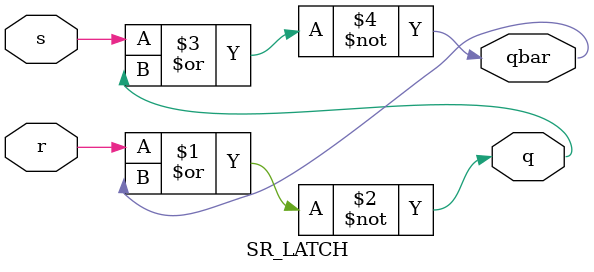
<source format=v>
`timescale 1ns / 1ps


module SR_LATCH(
    input s,
    input r,
    output q,
    output qbar
    );
    
 assign q=~(r|qbar);
 assign qbar=~(s|q);
endmodule

</source>
